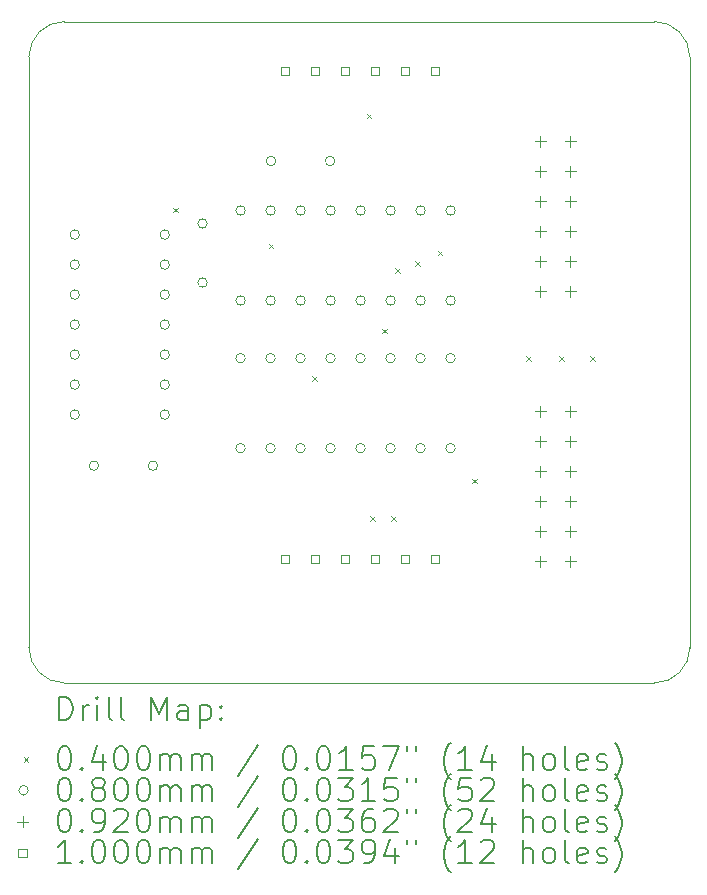
<source format=gbr>
%TF.GenerationSoftware,KiCad,Pcbnew,8.0.6*%
%TF.CreationDate,2024-10-19T21:44:49+02:00*%
%TF.ProjectId,595-PM-EXT,3539352d-504d-42d4-9558-542e6b696361,rev?*%
%TF.SameCoordinates,Original*%
%TF.FileFunction,Drillmap*%
%TF.FilePolarity,Positive*%
%FSLAX45Y45*%
G04 Gerber Fmt 4.5, Leading zero omitted, Abs format (unit mm)*
G04 Created by KiCad (PCBNEW 8.0.6) date 2024-10-19 21:44:49*
%MOMM*%
%LPD*%
G01*
G04 APERTURE LIST*
%ADD10C,0.100000*%
%ADD11C,0.200000*%
G04 APERTURE END LIST*
D10*
X10280000Y-10550000D02*
G75*
G02*
X9980000Y-10250000I0J300000D01*
G01*
X15576000Y-10250000D02*
G75*
G02*
X15276000Y-10550000I-300000J0D01*
G01*
X9980000Y-5250000D02*
X9980000Y-8650000D01*
X15276000Y-4950000D02*
G75*
G02*
X15576000Y-5250000I0J-300000D01*
G01*
X10280000Y-10550000D02*
X15276000Y-10550000D01*
X15276000Y-4950000D02*
X10280000Y-4950000D01*
X9980000Y-8650000D02*
X9980000Y-10250000D01*
X9980000Y-5250000D02*
G75*
G02*
X10280000Y-4950000I300000J0D01*
G01*
X15576000Y-10250000D02*
X15576000Y-5250000D01*
D11*
D10*
X11200000Y-6525000D02*
X11240000Y-6565000D01*
X11240000Y-6525000D02*
X11200000Y-6565000D01*
X12010000Y-6830000D02*
X12050000Y-6870000D01*
X12050000Y-6830000D02*
X12010000Y-6870000D01*
X12380000Y-7955000D02*
X12420000Y-7995000D01*
X12420000Y-7955000D02*
X12380000Y-7995000D01*
X12840000Y-5730000D02*
X12880000Y-5770000D01*
X12880000Y-5730000D02*
X12840000Y-5770000D01*
X12870000Y-9140000D02*
X12910000Y-9180000D01*
X12910000Y-9140000D02*
X12870000Y-9180000D01*
X12970000Y-7550000D02*
X13010000Y-7590000D01*
X13010000Y-7550000D02*
X12970000Y-7590000D01*
X13050000Y-9140000D02*
X13090000Y-9180000D01*
X13090000Y-9140000D02*
X13050000Y-9180000D01*
X13080000Y-7040000D02*
X13120000Y-7080000D01*
X13120000Y-7040000D02*
X13080000Y-7080000D01*
X13250000Y-6980000D02*
X13290000Y-7020000D01*
X13290000Y-6980000D02*
X13250000Y-7020000D01*
X13440000Y-6890500D02*
X13480000Y-6930500D01*
X13480000Y-6890500D02*
X13440000Y-6930500D01*
X13735000Y-8820000D02*
X13775000Y-8860000D01*
X13775000Y-8820000D02*
X13735000Y-8860000D01*
X14190000Y-7780000D02*
X14230000Y-7820000D01*
X14230000Y-7780000D02*
X14190000Y-7820000D01*
X14470000Y-7780000D02*
X14510000Y-7820000D01*
X14510000Y-7780000D02*
X14470000Y-7820000D01*
X14730000Y-7780000D02*
X14770000Y-7820000D01*
X14770000Y-7780000D02*
X14730000Y-7820000D01*
X10408000Y-6754000D02*
G75*
G02*
X10328000Y-6754000I-40000J0D01*
G01*
X10328000Y-6754000D02*
G75*
G02*
X10408000Y-6754000I40000J0D01*
G01*
X10408000Y-7008000D02*
G75*
G02*
X10328000Y-7008000I-40000J0D01*
G01*
X10328000Y-7008000D02*
G75*
G02*
X10408000Y-7008000I40000J0D01*
G01*
X10408000Y-7262000D02*
G75*
G02*
X10328000Y-7262000I-40000J0D01*
G01*
X10328000Y-7262000D02*
G75*
G02*
X10408000Y-7262000I40000J0D01*
G01*
X10408000Y-7516000D02*
G75*
G02*
X10328000Y-7516000I-40000J0D01*
G01*
X10328000Y-7516000D02*
G75*
G02*
X10408000Y-7516000I40000J0D01*
G01*
X10408000Y-7770000D02*
G75*
G02*
X10328000Y-7770000I-40000J0D01*
G01*
X10328000Y-7770000D02*
G75*
G02*
X10408000Y-7770000I40000J0D01*
G01*
X10408000Y-8024000D02*
G75*
G02*
X10328000Y-8024000I-40000J0D01*
G01*
X10328000Y-8024000D02*
G75*
G02*
X10408000Y-8024000I40000J0D01*
G01*
X10408000Y-8278000D02*
G75*
G02*
X10328000Y-8278000I-40000J0D01*
G01*
X10328000Y-8278000D02*
G75*
G02*
X10408000Y-8278000I40000J0D01*
G01*
X10570000Y-8710000D02*
G75*
G02*
X10490000Y-8710000I-40000J0D01*
G01*
X10490000Y-8710000D02*
G75*
G02*
X10570000Y-8710000I40000J0D01*
G01*
X11070000Y-8710000D02*
G75*
G02*
X10990000Y-8710000I-40000J0D01*
G01*
X10990000Y-8710000D02*
G75*
G02*
X11070000Y-8710000I40000J0D01*
G01*
X11170000Y-6754000D02*
G75*
G02*
X11090000Y-6754000I-40000J0D01*
G01*
X11090000Y-6754000D02*
G75*
G02*
X11170000Y-6754000I40000J0D01*
G01*
X11170000Y-7008000D02*
G75*
G02*
X11090000Y-7008000I-40000J0D01*
G01*
X11090000Y-7008000D02*
G75*
G02*
X11170000Y-7008000I40000J0D01*
G01*
X11170000Y-7262000D02*
G75*
G02*
X11090000Y-7262000I-40000J0D01*
G01*
X11090000Y-7262000D02*
G75*
G02*
X11170000Y-7262000I40000J0D01*
G01*
X11170000Y-7516000D02*
G75*
G02*
X11090000Y-7516000I-40000J0D01*
G01*
X11090000Y-7516000D02*
G75*
G02*
X11170000Y-7516000I40000J0D01*
G01*
X11170000Y-7770000D02*
G75*
G02*
X11090000Y-7770000I-40000J0D01*
G01*
X11090000Y-7770000D02*
G75*
G02*
X11170000Y-7770000I40000J0D01*
G01*
X11170000Y-8024000D02*
G75*
G02*
X11090000Y-8024000I-40000J0D01*
G01*
X11090000Y-8024000D02*
G75*
G02*
X11170000Y-8024000I40000J0D01*
G01*
X11170000Y-8278000D02*
G75*
G02*
X11090000Y-8278000I-40000J0D01*
G01*
X11090000Y-8278000D02*
G75*
G02*
X11170000Y-8278000I40000J0D01*
G01*
X11490000Y-6660000D02*
G75*
G02*
X11410000Y-6660000I-40000J0D01*
G01*
X11410000Y-6660000D02*
G75*
G02*
X11490000Y-6660000I40000J0D01*
G01*
X11490000Y-7160000D02*
G75*
G02*
X11410000Y-7160000I-40000J0D01*
G01*
X11410000Y-7160000D02*
G75*
G02*
X11490000Y-7160000I40000J0D01*
G01*
X11812000Y-7800000D02*
G75*
G02*
X11732000Y-7800000I-40000J0D01*
G01*
X11732000Y-7800000D02*
G75*
G02*
X11812000Y-7800000I40000J0D01*
G01*
X11812000Y-8562000D02*
G75*
G02*
X11732000Y-8562000I-40000J0D01*
G01*
X11732000Y-8562000D02*
G75*
G02*
X11812000Y-8562000I40000J0D01*
G01*
X11812500Y-6550500D02*
G75*
G02*
X11732500Y-6550500I-40000J0D01*
G01*
X11732500Y-6550500D02*
G75*
G02*
X11812500Y-6550500I40000J0D01*
G01*
X11812500Y-7312500D02*
G75*
G02*
X11732500Y-7312500I-40000J0D01*
G01*
X11732500Y-7312500D02*
G75*
G02*
X11812500Y-7312500I40000J0D01*
G01*
X12066000Y-7800000D02*
G75*
G02*
X11986000Y-7800000I-40000J0D01*
G01*
X11986000Y-7800000D02*
G75*
G02*
X12066000Y-7800000I40000J0D01*
G01*
X12066000Y-8562000D02*
G75*
G02*
X11986000Y-8562000I-40000J0D01*
G01*
X11986000Y-8562000D02*
G75*
G02*
X12066000Y-8562000I40000J0D01*
G01*
X12066500Y-6550500D02*
G75*
G02*
X11986500Y-6550500I-40000J0D01*
G01*
X11986500Y-6550500D02*
G75*
G02*
X12066500Y-6550500I40000J0D01*
G01*
X12066500Y-7312500D02*
G75*
G02*
X11986500Y-7312500I-40000J0D01*
G01*
X11986500Y-7312500D02*
G75*
G02*
X12066500Y-7312500I40000J0D01*
G01*
X12070000Y-6130000D02*
G75*
G02*
X11990000Y-6130000I-40000J0D01*
G01*
X11990000Y-6130000D02*
G75*
G02*
X12070000Y-6130000I40000J0D01*
G01*
X12320000Y-7800000D02*
G75*
G02*
X12240000Y-7800000I-40000J0D01*
G01*
X12240000Y-7800000D02*
G75*
G02*
X12320000Y-7800000I40000J0D01*
G01*
X12320000Y-8562000D02*
G75*
G02*
X12240000Y-8562000I-40000J0D01*
G01*
X12240000Y-8562000D02*
G75*
G02*
X12320000Y-8562000I40000J0D01*
G01*
X12320500Y-6550500D02*
G75*
G02*
X12240500Y-6550500I-40000J0D01*
G01*
X12240500Y-6550500D02*
G75*
G02*
X12320500Y-6550500I40000J0D01*
G01*
X12320500Y-7312500D02*
G75*
G02*
X12240500Y-7312500I-40000J0D01*
G01*
X12240500Y-7312500D02*
G75*
G02*
X12320500Y-7312500I40000J0D01*
G01*
X12570000Y-6130000D02*
G75*
G02*
X12490000Y-6130000I-40000J0D01*
G01*
X12490000Y-6130000D02*
G75*
G02*
X12570000Y-6130000I40000J0D01*
G01*
X12574000Y-7800000D02*
G75*
G02*
X12494000Y-7800000I-40000J0D01*
G01*
X12494000Y-7800000D02*
G75*
G02*
X12574000Y-7800000I40000J0D01*
G01*
X12574000Y-8562000D02*
G75*
G02*
X12494000Y-8562000I-40000J0D01*
G01*
X12494000Y-8562000D02*
G75*
G02*
X12574000Y-8562000I40000J0D01*
G01*
X12574500Y-6550500D02*
G75*
G02*
X12494500Y-6550500I-40000J0D01*
G01*
X12494500Y-6550500D02*
G75*
G02*
X12574500Y-6550500I40000J0D01*
G01*
X12574500Y-7312500D02*
G75*
G02*
X12494500Y-7312500I-40000J0D01*
G01*
X12494500Y-7312500D02*
G75*
G02*
X12574500Y-7312500I40000J0D01*
G01*
X12828000Y-7800000D02*
G75*
G02*
X12748000Y-7800000I-40000J0D01*
G01*
X12748000Y-7800000D02*
G75*
G02*
X12828000Y-7800000I40000J0D01*
G01*
X12828000Y-8562000D02*
G75*
G02*
X12748000Y-8562000I-40000J0D01*
G01*
X12748000Y-8562000D02*
G75*
G02*
X12828000Y-8562000I40000J0D01*
G01*
X12828500Y-6550500D02*
G75*
G02*
X12748500Y-6550500I-40000J0D01*
G01*
X12748500Y-6550500D02*
G75*
G02*
X12828500Y-6550500I40000J0D01*
G01*
X12828500Y-7312500D02*
G75*
G02*
X12748500Y-7312500I-40000J0D01*
G01*
X12748500Y-7312500D02*
G75*
G02*
X12828500Y-7312500I40000J0D01*
G01*
X13082000Y-7800000D02*
G75*
G02*
X13002000Y-7800000I-40000J0D01*
G01*
X13002000Y-7800000D02*
G75*
G02*
X13082000Y-7800000I40000J0D01*
G01*
X13082000Y-8562000D02*
G75*
G02*
X13002000Y-8562000I-40000J0D01*
G01*
X13002000Y-8562000D02*
G75*
G02*
X13082000Y-8562000I40000J0D01*
G01*
X13082500Y-6550500D02*
G75*
G02*
X13002500Y-6550500I-40000J0D01*
G01*
X13002500Y-6550500D02*
G75*
G02*
X13082500Y-6550500I40000J0D01*
G01*
X13082500Y-7312500D02*
G75*
G02*
X13002500Y-7312500I-40000J0D01*
G01*
X13002500Y-7312500D02*
G75*
G02*
X13082500Y-7312500I40000J0D01*
G01*
X13336000Y-7800000D02*
G75*
G02*
X13256000Y-7800000I-40000J0D01*
G01*
X13256000Y-7800000D02*
G75*
G02*
X13336000Y-7800000I40000J0D01*
G01*
X13336000Y-8562000D02*
G75*
G02*
X13256000Y-8562000I-40000J0D01*
G01*
X13256000Y-8562000D02*
G75*
G02*
X13336000Y-8562000I40000J0D01*
G01*
X13336500Y-6550500D02*
G75*
G02*
X13256500Y-6550500I-40000J0D01*
G01*
X13256500Y-6550500D02*
G75*
G02*
X13336500Y-6550500I40000J0D01*
G01*
X13336500Y-7312500D02*
G75*
G02*
X13256500Y-7312500I-40000J0D01*
G01*
X13256500Y-7312500D02*
G75*
G02*
X13336500Y-7312500I40000J0D01*
G01*
X13590000Y-7800000D02*
G75*
G02*
X13510000Y-7800000I-40000J0D01*
G01*
X13510000Y-7800000D02*
G75*
G02*
X13590000Y-7800000I40000J0D01*
G01*
X13590000Y-8562000D02*
G75*
G02*
X13510000Y-8562000I-40000J0D01*
G01*
X13510000Y-8562000D02*
G75*
G02*
X13590000Y-8562000I40000J0D01*
G01*
X13590500Y-6550500D02*
G75*
G02*
X13510500Y-6550500I-40000J0D01*
G01*
X13510500Y-6550500D02*
G75*
G02*
X13590500Y-6550500I40000J0D01*
G01*
X13590500Y-7312500D02*
G75*
G02*
X13510500Y-7312500I-40000J0D01*
G01*
X13510500Y-7312500D02*
G75*
G02*
X13590500Y-7312500I40000J0D01*
G01*
X14308000Y-5918000D02*
X14308000Y-6010000D01*
X14262000Y-5964000D02*
X14354000Y-5964000D01*
X14308000Y-6172000D02*
X14308000Y-6264000D01*
X14262000Y-6218000D02*
X14354000Y-6218000D01*
X14308000Y-6426000D02*
X14308000Y-6518000D01*
X14262000Y-6472000D02*
X14354000Y-6472000D01*
X14308000Y-6680000D02*
X14308000Y-6772000D01*
X14262000Y-6726000D02*
X14354000Y-6726000D01*
X14308000Y-6934000D02*
X14308000Y-7026000D01*
X14262000Y-6980000D02*
X14354000Y-6980000D01*
X14308000Y-7188000D02*
X14308000Y-7280000D01*
X14262000Y-7234000D02*
X14354000Y-7234000D01*
X14308000Y-8204000D02*
X14308000Y-8296000D01*
X14262000Y-8250000D02*
X14354000Y-8250000D01*
X14308000Y-8458000D02*
X14308000Y-8550000D01*
X14262000Y-8504000D02*
X14354000Y-8504000D01*
X14308000Y-8712000D02*
X14308000Y-8804000D01*
X14262000Y-8758000D02*
X14354000Y-8758000D01*
X14308000Y-8966000D02*
X14308000Y-9058000D01*
X14262000Y-9012000D02*
X14354000Y-9012000D01*
X14308000Y-9220000D02*
X14308000Y-9312000D01*
X14262000Y-9266000D02*
X14354000Y-9266000D01*
X14308000Y-9474000D02*
X14308000Y-9566000D01*
X14262000Y-9520000D02*
X14354000Y-9520000D01*
X14562000Y-5918000D02*
X14562000Y-6010000D01*
X14516000Y-5964000D02*
X14608000Y-5964000D01*
X14562000Y-6172000D02*
X14562000Y-6264000D01*
X14516000Y-6218000D02*
X14608000Y-6218000D01*
X14562000Y-6426000D02*
X14562000Y-6518000D01*
X14516000Y-6472000D02*
X14608000Y-6472000D01*
X14562000Y-6680000D02*
X14562000Y-6772000D01*
X14516000Y-6726000D02*
X14608000Y-6726000D01*
X14562000Y-6934000D02*
X14562000Y-7026000D01*
X14516000Y-6980000D02*
X14608000Y-6980000D01*
X14562000Y-7188000D02*
X14562000Y-7280000D01*
X14516000Y-7234000D02*
X14608000Y-7234000D01*
X14562000Y-8204000D02*
X14562000Y-8296000D01*
X14516000Y-8250000D02*
X14608000Y-8250000D01*
X14562000Y-8458000D02*
X14562000Y-8550000D01*
X14516000Y-8504000D02*
X14608000Y-8504000D01*
X14562000Y-8712000D02*
X14562000Y-8804000D01*
X14516000Y-8758000D02*
X14608000Y-8758000D01*
X14562000Y-8966000D02*
X14562000Y-9058000D01*
X14516000Y-9012000D02*
X14608000Y-9012000D01*
X14562000Y-9220000D02*
X14562000Y-9312000D01*
X14516000Y-9266000D02*
X14608000Y-9266000D01*
X14562000Y-9474000D02*
X14562000Y-9566000D01*
X14516000Y-9520000D02*
X14608000Y-9520000D01*
X12182356Y-5403356D02*
X12182356Y-5332644D01*
X12111644Y-5332644D01*
X12111644Y-5403356D01*
X12182356Y-5403356D01*
X12182356Y-9535356D02*
X12182356Y-9464644D01*
X12111644Y-9464644D01*
X12111644Y-9535356D01*
X12182356Y-9535356D01*
X12436356Y-5403356D02*
X12436356Y-5332644D01*
X12365644Y-5332644D01*
X12365644Y-5403356D01*
X12436356Y-5403356D01*
X12436356Y-9535356D02*
X12436356Y-9464644D01*
X12365644Y-9464644D01*
X12365644Y-9535356D01*
X12436356Y-9535356D01*
X12690356Y-5403356D02*
X12690356Y-5332644D01*
X12619644Y-5332644D01*
X12619644Y-5403356D01*
X12690356Y-5403356D01*
X12690356Y-9535356D02*
X12690356Y-9464644D01*
X12619644Y-9464644D01*
X12619644Y-9535356D01*
X12690356Y-9535356D01*
X12944356Y-5403356D02*
X12944356Y-5332644D01*
X12873644Y-5332644D01*
X12873644Y-5403356D01*
X12944356Y-5403356D01*
X12944356Y-9535356D02*
X12944356Y-9464644D01*
X12873644Y-9464644D01*
X12873644Y-9535356D01*
X12944356Y-9535356D01*
X13198356Y-5403356D02*
X13198356Y-5332644D01*
X13127644Y-5332644D01*
X13127644Y-5403356D01*
X13198356Y-5403356D01*
X13198356Y-9535356D02*
X13198356Y-9464644D01*
X13127644Y-9464644D01*
X13127644Y-9535356D01*
X13198356Y-9535356D01*
X13452356Y-5403356D02*
X13452356Y-5332644D01*
X13381644Y-5332644D01*
X13381644Y-5403356D01*
X13452356Y-5403356D01*
X13452356Y-9535356D02*
X13452356Y-9464644D01*
X13381644Y-9464644D01*
X13381644Y-9535356D01*
X13452356Y-9535356D01*
D11*
X10235777Y-10866484D02*
X10235777Y-10666484D01*
X10235777Y-10666484D02*
X10283396Y-10666484D01*
X10283396Y-10666484D02*
X10311967Y-10676008D01*
X10311967Y-10676008D02*
X10331015Y-10695055D01*
X10331015Y-10695055D02*
X10340539Y-10714103D01*
X10340539Y-10714103D02*
X10350063Y-10752198D01*
X10350063Y-10752198D02*
X10350063Y-10780770D01*
X10350063Y-10780770D02*
X10340539Y-10818865D01*
X10340539Y-10818865D02*
X10331015Y-10837912D01*
X10331015Y-10837912D02*
X10311967Y-10856960D01*
X10311967Y-10856960D02*
X10283396Y-10866484D01*
X10283396Y-10866484D02*
X10235777Y-10866484D01*
X10435777Y-10866484D02*
X10435777Y-10733150D01*
X10435777Y-10771246D02*
X10445301Y-10752198D01*
X10445301Y-10752198D02*
X10454824Y-10742674D01*
X10454824Y-10742674D02*
X10473872Y-10733150D01*
X10473872Y-10733150D02*
X10492920Y-10733150D01*
X10559586Y-10866484D02*
X10559586Y-10733150D01*
X10559586Y-10666484D02*
X10550063Y-10676008D01*
X10550063Y-10676008D02*
X10559586Y-10685531D01*
X10559586Y-10685531D02*
X10569110Y-10676008D01*
X10569110Y-10676008D02*
X10559586Y-10666484D01*
X10559586Y-10666484D02*
X10559586Y-10685531D01*
X10683396Y-10866484D02*
X10664348Y-10856960D01*
X10664348Y-10856960D02*
X10654824Y-10837912D01*
X10654824Y-10837912D02*
X10654824Y-10666484D01*
X10788158Y-10866484D02*
X10769110Y-10856960D01*
X10769110Y-10856960D02*
X10759586Y-10837912D01*
X10759586Y-10837912D02*
X10759586Y-10666484D01*
X11016729Y-10866484D02*
X11016729Y-10666484D01*
X11016729Y-10666484D02*
X11083396Y-10809341D01*
X11083396Y-10809341D02*
X11150063Y-10666484D01*
X11150063Y-10666484D02*
X11150063Y-10866484D01*
X11331015Y-10866484D02*
X11331015Y-10761722D01*
X11331015Y-10761722D02*
X11321491Y-10742674D01*
X11321491Y-10742674D02*
X11302443Y-10733150D01*
X11302443Y-10733150D02*
X11264348Y-10733150D01*
X11264348Y-10733150D02*
X11245301Y-10742674D01*
X11331015Y-10856960D02*
X11311967Y-10866484D01*
X11311967Y-10866484D02*
X11264348Y-10866484D01*
X11264348Y-10866484D02*
X11245301Y-10856960D01*
X11245301Y-10856960D02*
X11235777Y-10837912D01*
X11235777Y-10837912D02*
X11235777Y-10818865D01*
X11235777Y-10818865D02*
X11245301Y-10799817D01*
X11245301Y-10799817D02*
X11264348Y-10790293D01*
X11264348Y-10790293D02*
X11311967Y-10790293D01*
X11311967Y-10790293D02*
X11331015Y-10780770D01*
X11426253Y-10733150D02*
X11426253Y-10933150D01*
X11426253Y-10742674D02*
X11445301Y-10733150D01*
X11445301Y-10733150D02*
X11483396Y-10733150D01*
X11483396Y-10733150D02*
X11502443Y-10742674D01*
X11502443Y-10742674D02*
X11511967Y-10752198D01*
X11511967Y-10752198D02*
X11521491Y-10771246D01*
X11521491Y-10771246D02*
X11521491Y-10828389D01*
X11521491Y-10828389D02*
X11511967Y-10847436D01*
X11511967Y-10847436D02*
X11502443Y-10856960D01*
X11502443Y-10856960D02*
X11483396Y-10866484D01*
X11483396Y-10866484D02*
X11445301Y-10866484D01*
X11445301Y-10866484D02*
X11426253Y-10856960D01*
X11607205Y-10847436D02*
X11616729Y-10856960D01*
X11616729Y-10856960D02*
X11607205Y-10866484D01*
X11607205Y-10866484D02*
X11597682Y-10856960D01*
X11597682Y-10856960D02*
X11607205Y-10847436D01*
X11607205Y-10847436D02*
X11607205Y-10866484D01*
X11607205Y-10742674D02*
X11616729Y-10752198D01*
X11616729Y-10752198D02*
X11607205Y-10761722D01*
X11607205Y-10761722D02*
X11597682Y-10752198D01*
X11597682Y-10752198D02*
X11607205Y-10742674D01*
X11607205Y-10742674D02*
X11607205Y-10761722D01*
D10*
X9935000Y-11175000D02*
X9975000Y-11215000D01*
X9975000Y-11175000D02*
X9935000Y-11215000D01*
D11*
X10273872Y-11086484D02*
X10292920Y-11086484D01*
X10292920Y-11086484D02*
X10311967Y-11096008D01*
X10311967Y-11096008D02*
X10321491Y-11105531D01*
X10321491Y-11105531D02*
X10331015Y-11124579D01*
X10331015Y-11124579D02*
X10340539Y-11162674D01*
X10340539Y-11162674D02*
X10340539Y-11210293D01*
X10340539Y-11210293D02*
X10331015Y-11248388D01*
X10331015Y-11248388D02*
X10321491Y-11267436D01*
X10321491Y-11267436D02*
X10311967Y-11276960D01*
X10311967Y-11276960D02*
X10292920Y-11286484D01*
X10292920Y-11286484D02*
X10273872Y-11286484D01*
X10273872Y-11286484D02*
X10254824Y-11276960D01*
X10254824Y-11276960D02*
X10245301Y-11267436D01*
X10245301Y-11267436D02*
X10235777Y-11248388D01*
X10235777Y-11248388D02*
X10226253Y-11210293D01*
X10226253Y-11210293D02*
X10226253Y-11162674D01*
X10226253Y-11162674D02*
X10235777Y-11124579D01*
X10235777Y-11124579D02*
X10245301Y-11105531D01*
X10245301Y-11105531D02*
X10254824Y-11096008D01*
X10254824Y-11096008D02*
X10273872Y-11086484D01*
X10426253Y-11267436D02*
X10435777Y-11276960D01*
X10435777Y-11276960D02*
X10426253Y-11286484D01*
X10426253Y-11286484D02*
X10416729Y-11276960D01*
X10416729Y-11276960D02*
X10426253Y-11267436D01*
X10426253Y-11267436D02*
X10426253Y-11286484D01*
X10607205Y-11153150D02*
X10607205Y-11286484D01*
X10559586Y-11076960D02*
X10511967Y-11219817D01*
X10511967Y-11219817D02*
X10635777Y-11219817D01*
X10750063Y-11086484D02*
X10769110Y-11086484D01*
X10769110Y-11086484D02*
X10788158Y-11096008D01*
X10788158Y-11096008D02*
X10797682Y-11105531D01*
X10797682Y-11105531D02*
X10807205Y-11124579D01*
X10807205Y-11124579D02*
X10816729Y-11162674D01*
X10816729Y-11162674D02*
X10816729Y-11210293D01*
X10816729Y-11210293D02*
X10807205Y-11248388D01*
X10807205Y-11248388D02*
X10797682Y-11267436D01*
X10797682Y-11267436D02*
X10788158Y-11276960D01*
X10788158Y-11276960D02*
X10769110Y-11286484D01*
X10769110Y-11286484D02*
X10750063Y-11286484D01*
X10750063Y-11286484D02*
X10731015Y-11276960D01*
X10731015Y-11276960D02*
X10721491Y-11267436D01*
X10721491Y-11267436D02*
X10711967Y-11248388D01*
X10711967Y-11248388D02*
X10702444Y-11210293D01*
X10702444Y-11210293D02*
X10702444Y-11162674D01*
X10702444Y-11162674D02*
X10711967Y-11124579D01*
X10711967Y-11124579D02*
X10721491Y-11105531D01*
X10721491Y-11105531D02*
X10731015Y-11096008D01*
X10731015Y-11096008D02*
X10750063Y-11086484D01*
X10940539Y-11086484D02*
X10959586Y-11086484D01*
X10959586Y-11086484D02*
X10978634Y-11096008D01*
X10978634Y-11096008D02*
X10988158Y-11105531D01*
X10988158Y-11105531D02*
X10997682Y-11124579D01*
X10997682Y-11124579D02*
X11007205Y-11162674D01*
X11007205Y-11162674D02*
X11007205Y-11210293D01*
X11007205Y-11210293D02*
X10997682Y-11248388D01*
X10997682Y-11248388D02*
X10988158Y-11267436D01*
X10988158Y-11267436D02*
X10978634Y-11276960D01*
X10978634Y-11276960D02*
X10959586Y-11286484D01*
X10959586Y-11286484D02*
X10940539Y-11286484D01*
X10940539Y-11286484D02*
X10921491Y-11276960D01*
X10921491Y-11276960D02*
X10911967Y-11267436D01*
X10911967Y-11267436D02*
X10902444Y-11248388D01*
X10902444Y-11248388D02*
X10892920Y-11210293D01*
X10892920Y-11210293D02*
X10892920Y-11162674D01*
X10892920Y-11162674D02*
X10902444Y-11124579D01*
X10902444Y-11124579D02*
X10911967Y-11105531D01*
X10911967Y-11105531D02*
X10921491Y-11096008D01*
X10921491Y-11096008D02*
X10940539Y-11086484D01*
X11092920Y-11286484D02*
X11092920Y-11153150D01*
X11092920Y-11172198D02*
X11102444Y-11162674D01*
X11102444Y-11162674D02*
X11121491Y-11153150D01*
X11121491Y-11153150D02*
X11150063Y-11153150D01*
X11150063Y-11153150D02*
X11169110Y-11162674D01*
X11169110Y-11162674D02*
X11178634Y-11181722D01*
X11178634Y-11181722D02*
X11178634Y-11286484D01*
X11178634Y-11181722D02*
X11188158Y-11162674D01*
X11188158Y-11162674D02*
X11207205Y-11153150D01*
X11207205Y-11153150D02*
X11235777Y-11153150D01*
X11235777Y-11153150D02*
X11254824Y-11162674D01*
X11254824Y-11162674D02*
X11264348Y-11181722D01*
X11264348Y-11181722D02*
X11264348Y-11286484D01*
X11359586Y-11286484D02*
X11359586Y-11153150D01*
X11359586Y-11172198D02*
X11369110Y-11162674D01*
X11369110Y-11162674D02*
X11388158Y-11153150D01*
X11388158Y-11153150D02*
X11416729Y-11153150D01*
X11416729Y-11153150D02*
X11435777Y-11162674D01*
X11435777Y-11162674D02*
X11445301Y-11181722D01*
X11445301Y-11181722D02*
X11445301Y-11286484D01*
X11445301Y-11181722D02*
X11454824Y-11162674D01*
X11454824Y-11162674D02*
X11473872Y-11153150D01*
X11473872Y-11153150D02*
X11502443Y-11153150D01*
X11502443Y-11153150D02*
X11521491Y-11162674D01*
X11521491Y-11162674D02*
X11531015Y-11181722D01*
X11531015Y-11181722D02*
X11531015Y-11286484D01*
X11921491Y-11076960D02*
X11750063Y-11334103D01*
X12178634Y-11086484D02*
X12197682Y-11086484D01*
X12197682Y-11086484D02*
X12216729Y-11096008D01*
X12216729Y-11096008D02*
X12226253Y-11105531D01*
X12226253Y-11105531D02*
X12235777Y-11124579D01*
X12235777Y-11124579D02*
X12245301Y-11162674D01*
X12245301Y-11162674D02*
X12245301Y-11210293D01*
X12245301Y-11210293D02*
X12235777Y-11248388D01*
X12235777Y-11248388D02*
X12226253Y-11267436D01*
X12226253Y-11267436D02*
X12216729Y-11276960D01*
X12216729Y-11276960D02*
X12197682Y-11286484D01*
X12197682Y-11286484D02*
X12178634Y-11286484D01*
X12178634Y-11286484D02*
X12159586Y-11276960D01*
X12159586Y-11276960D02*
X12150063Y-11267436D01*
X12150063Y-11267436D02*
X12140539Y-11248388D01*
X12140539Y-11248388D02*
X12131015Y-11210293D01*
X12131015Y-11210293D02*
X12131015Y-11162674D01*
X12131015Y-11162674D02*
X12140539Y-11124579D01*
X12140539Y-11124579D02*
X12150063Y-11105531D01*
X12150063Y-11105531D02*
X12159586Y-11096008D01*
X12159586Y-11096008D02*
X12178634Y-11086484D01*
X12331015Y-11267436D02*
X12340539Y-11276960D01*
X12340539Y-11276960D02*
X12331015Y-11286484D01*
X12331015Y-11286484D02*
X12321491Y-11276960D01*
X12321491Y-11276960D02*
X12331015Y-11267436D01*
X12331015Y-11267436D02*
X12331015Y-11286484D01*
X12464348Y-11086484D02*
X12483396Y-11086484D01*
X12483396Y-11086484D02*
X12502444Y-11096008D01*
X12502444Y-11096008D02*
X12511967Y-11105531D01*
X12511967Y-11105531D02*
X12521491Y-11124579D01*
X12521491Y-11124579D02*
X12531015Y-11162674D01*
X12531015Y-11162674D02*
X12531015Y-11210293D01*
X12531015Y-11210293D02*
X12521491Y-11248388D01*
X12521491Y-11248388D02*
X12511967Y-11267436D01*
X12511967Y-11267436D02*
X12502444Y-11276960D01*
X12502444Y-11276960D02*
X12483396Y-11286484D01*
X12483396Y-11286484D02*
X12464348Y-11286484D01*
X12464348Y-11286484D02*
X12445301Y-11276960D01*
X12445301Y-11276960D02*
X12435777Y-11267436D01*
X12435777Y-11267436D02*
X12426253Y-11248388D01*
X12426253Y-11248388D02*
X12416729Y-11210293D01*
X12416729Y-11210293D02*
X12416729Y-11162674D01*
X12416729Y-11162674D02*
X12426253Y-11124579D01*
X12426253Y-11124579D02*
X12435777Y-11105531D01*
X12435777Y-11105531D02*
X12445301Y-11096008D01*
X12445301Y-11096008D02*
X12464348Y-11086484D01*
X12721491Y-11286484D02*
X12607206Y-11286484D01*
X12664348Y-11286484D02*
X12664348Y-11086484D01*
X12664348Y-11086484D02*
X12645301Y-11115055D01*
X12645301Y-11115055D02*
X12626253Y-11134103D01*
X12626253Y-11134103D02*
X12607206Y-11143627D01*
X12902444Y-11086484D02*
X12807206Y-11086484D01*
X12807206Y-11086484D02*
X12797682Y-11181722D01*
X12797682Y-11181722D02*
X12807206Y-11172198D01*
X12807206Y-11172198D02*
X12826253Y-11162674D01*
X12826253Y-11162674D02*
X12873872Y-11162674D01*
X12873872Y-11162674D02*
X12892920Y-11172198D01*
X12892920Y-11172198D02*
X12902444Y-11181722D01*
X12902444Y-11181722D02*
X12911967Y-11200769D01*
X12911967Y-11200769D02*
X12911967Y-11248388D01*
X12911967Y-11248388D02*
X12902444Y-11267436D01*
X12902444Y-11267436D02*
X12892920Y-11276960D01*
X12892920Y-11276960D02*
X12873872Y-11286484D01*
X12873872Y-11286484D02*
X12826253Y-11286484D01*
X12826253Y-11286484D02*
X12807206Y-11276960D01*
X12807206Y-11276960D02*
X12797682Y-11267436D01*
X12978634Y-11086484D02*
X13111967Y-11086484D01*
X13111967Y-11086484D02*
X13026253Y-11286484D01*
X13178634Y-11086484D02*
X13178634Y-11124579D01*
X13254825Y-11086484D02*
X13254825Y-11124579D01*
X13550063Y-11362674D02*
X13540539Y-11353150D01*
X13540539Y-11353150D02*
X13521491Y-11324579D01*
X13521491Y-11324579D02*
X13511968Y-11305531D01*
X13511968Y-11305531D02*
X13502444Y-11276960D01*
X13502444Y-11276960D02*
X13492920Y-11229341D01*
X13492920Y-11229341D02*
X13492920Y-11191246D01*
X13492920Y-11191246D02*
X13502444Y-11143627D01*
X13502444Y-11143627D02*
X13511968Y-11115055D01*
X13511968Y-11115055D02*
X13521491Y-11096008D01*
X13521491Y-11096008D02*
X13540539Y-11067436D01*
X13540539Y-11067436D02*
X13550063Y-11057912D01*
X13731015Y-11286484D02*
X13616729Y-11286484D01*
X13673872Y-11286484D02*
X13673872Y-11086484D01*
X13673872Y-11086484D02*
X13654825Y-11115055D01*
X13654825Y-11115055D02*
X13635777Y-11134103D01*
X13635777Y-11134103D02*
X13616729Y-11143627D01*
X13902444Y-11153150D02*
X13902444Y-11286484D01*
X13854825Y-11076960D02*
X13807206Y-11219817D01*
X13807206Y-11219817D02*
X13931015Y-11219817D01*
X14159587Y-11286484D02*
X14159587Y-11086484D01*
X14245301Y-11286484D02*
X14245301Y-11181722D01*
X14245301Y-11181722D02*
X14235777Y-11162674D01*
X14235777Y-11162674D02*
X14216730Y-11153150D01*
X14216730Y-11153150D02*
X14188158Y-11153150D01*
X14188158Y-11153150D02*
X14169110Y-11162674D01*
X14169110Y-11162674D02*
X14159587Y-11172198D01*
X14369110Y-11286484D02*
X14350063Y-11276960D01*
X14350063Y-11276960D02*
X14340539Y-11267436D01*
X14340539Y-11267436D02*
X14331015Y-11248388D01*
X14331015Y-11248388D02*
X14331015Y-11191246D01*
X14331015Y-11191246D02*
X14340539Y-11172198D01*
X14340539Y-11172198D02*
X14350063Y-11162674D01*
X14350063Y-11162674D02*
X14369110Y-11153150D01*
X14369110Y-11153150D02*
X14397682Y-11153150D01*
X14397682Y-11153150D02*
X14416730Y-11162674D01*
X14416730Y-11162674D02*
X14426253Y-11172198D01*
X14426253Y-11172198D02*
X14435777Y-11191246D01*
X14435777Y-11191246D02*
X14435777Y-11248388D01*
X14435777Y-11248388D02*
X14426253Y-11267436D01*
X14426253Y-11267436D02*
X14416730Y-11276960D01*
X14416730Y-11276960D02*
X14397682Y-11286484D01*
X14397682Y-11286484D02*
X14369110Y-11286484D01*
X14550063Y-11286484D02*
X14531015Y-11276960D01*
X14531015Y-11276960D02*
X14521491Y-11257912D01*
X14521491Y-11257912D02*
X14521491Y-11086484D01*
X14702444Y-11276960D02*
X14683396Y-11286484D01*
X14683396Y-11286484D02*
X14645301Y-11286484D01*
X14645301Y-11286484D02*
X14626253Y-11276960D01*
X14626253Y-11276960D02*
X14616730Y-11257912D01*
X14616730Y-11257912D02*
X14616730Y-11181722D01*
X14616730Y-11181722D02*
X14626253Y-11162674D01*
X14626253Y-11162674D02*
X14645301Y-11153150D01*
X14645301Y-11153150D02*
X14683396Y-11153150D01*
X14683396Y-11153150D02*
X14702444Y-11162674D01*
X14702444Y-11162674D02*
X14711968Y-11181722D01*
X14711968Y-11181722D02*
X14711968Y-11200769D01*
X14711968Y-11200769D02*
X14616730Y-11219817D01*
X14788158Y-11276960D02*
X14807206Y-11286484D01*
X14807206Y-11286484D02*
X14845301Y-11286484D01*
X14845301Y-11286484D02*
X14864349Y-11276960D01*
X14864349Y-11276960D02*
X14873872Y-11257912D01*
X14873872Y-11257912D02*
X14873872Y-11248388D01*
X14873872Y-11248388D02*
X14864349Y-11229341D01*
X14864349Y-11229341D02*
X14845301Y-11219817D01*
X14845301Y-11219817D02*
X14816730Y-11219817D01*
X14816730Y-11219817D02*
X14797682Y-11210293D01*
X14797682Y-11210293D02*
X14788158Y-11191246D01*
X14788158Y-11191246D02*
X14788158Y-11181722D01*
X14788158Y-11181722D02*
X14797682Y-11162674D01*
X14797682Y-11162674D02*
X14816730Y-11153150D01*
X14816730Y-11153150D02*
X14845301Y-11153150D01*
X14845301Y-11153150D02*
X14864349Y-11162674D01*
X14940539Y-11362674D02*
X14950063Y-11353150D01*
X14950063Y-11353150D02*
X14969111Y-11324579D01*
X14969111Y-11324579D02*
X14978634Y-11305531D01*
X14978634Y-11305531D02*
X14988158Y-11276960D01*
X14988158Y-11276960D02*
X14997682Y-11229341D01*
X14997682Y-11229341D02*
X14997682Y-11191246D01*
X14997682Y-11191246D02*
X14988158Y-11143627D01*
X14988158Y-11143627D02*
X14978634Y-11115055D01*
X14978634Y-11115055D02*
X14969111Y-11096008D01*
X14969111Y-11096008D02*
X14950063Y-11067436D01*
X14950063Y-11067436D02*
X14940539Y-11057912D01*
D10*
X9975000Y-11459000D02*
G75*
G02*
X9895000Y-11459000I-40000J0D01*
G01*
X9895000Y-11459000D02*
G75*
G02*
X9975000Y-11459000I40000J0D01*
G01*
D11*
X10273872Y-11350484D02*
X10292920Y-11350484D01*
X10292920Y-11350484D02*
X10311967Y-11360008D01*
X10311967Y-11360008D02*
X10321491Y-11369531D01*
X10321491Y-11369531D02*
X10331015Y-11388579D01*
X10331015Y-11388579D02*
X10340539Y-11426674D01*
X10340539Y-11426674D02*
X10340539Y-11474293D01*
X10340539Y-11474293D02*
X10331015Y-11512388D01*
X10331015Y-11512388D02*
X10321491Y-11531436D01*
X10321491Y-11531436D02*
X10311967Y-11540960D01*
X10311967Y-11540960D02*
X10292920Y-11550484D01*
X10292920Y-11550484D02*
X10273872Y-11550484D01*
X10273872Y-11550484D02*
X10254824Y-11540960D01*
X10254824Y-11540960D02*
X10245301Y-11531436D01*
X10245301Y-11531436D02*
X10235777Y-11512388D01*
X10235777Y-11512388D02*
X10226253Y-11474293D01*
X10226253Y-11474293D02*
X10226253Y-11426674D01*
X10226253Y-11426674D02*
X10235777Y-11388579D01*
X10235777Y-11388579D02*
X10245301Y-11369531D01*
X10245301Y-11369531D02*
X10254824Y-11360008D01*
X10254824Y-11360008D02*
X10273872Y-11350484D01*
X10426253Y-11531436D02*
X10435777Y-11540960D01*
X10435777Y-11540960D02*
X10426253Y-11550484D01*
X10426253Y-11550484D02*
X10416729Y-11540960D01*
X10416729Y-11540960D02*
X10426253Y-11531436D01*
X10426253Y-11531436D02*
X10426253Y-11550484D01*
X10550063Y-11436198D02*
X10531015Y-11426674D01*
X10531015Y-11426674D02*
X10521491Y-11417150D01*
X10521491Y-11417150D02*
X10511967Y-11398103D01*
X10511967Y-11398103D02*
X10511967Y-11388579D01*
X10511967Y-11388579D02*
X10521491Y-11369531D01*
X10521491Y-11369531D02*
X10531015Y-11360008D01*
X10531015Y-11360008D02*
X10550063Y-11350484D01*
X10550063Y-11350484D02*
X10588158Y-11350484D01*
X10588158Y-11350484D02*
X10607205Y-11360008D01*
X10607205Y-11360008D02*
X10616729Y-11369531D01*
X10616729Y-11369531D02*
X10626253Y-11388579D01*
X10626253Y-11388579D02*
X10626253Y-11398103D01*
X10626253Y-11398103D02*
X10616729Y-11417150D01*
X10616729Y-11417150D02*
X10607205Y-11426674D01*
X10607205Y-11426674D02*
X10588158Y-11436198D01*
X10588158Y-11436198D02*
X10550063Y-11436198D01*
X10550063Y-11436198D02*
X10531015Y-11445722D01*
X10531015Y-11445722D02*
X10521491Y-11455246D01*
X10521491Y-11455246D02*
X10511967Y-11474293D01*
X10511967Y-11474293D02*
X10511967Y-11512388D01*
X10511967Y-11512388D02*
X10521491Y-11531436D01*
X10521491Y-11531436D02*
X10531015Y-11540960D01*
X10531015Y-11540960D02*
X10550063Y-11550484D01*
X10550063Y-11550484D02*
X10588158Y-11550484D01*
X10588158Y-11550484D02*
X10607205Y-11540960D01*
X10607205Y-11540960D02*
X10616729Y-11531436D01*
X10616729Y-11531436D02*
X10626253Y-11512388D01*
X10626253Y-11512388D02*
X10626253Y-11474293D01*
X10626253Y-11474293D02*
X10616729Y-11455246D01*
X10616729Y-11455246D02*
X10607205Y-11445722D01*
X10607205Y-11445722D02*
X10588158Y-11436198D01*
X10750063Y-11350484D02*
X10769110Y-11350484D01*
X10769110Y-11350484D02*
X10788158Y-11360008D01*
X10788158Y-11360008D02*
X10797682Y-11369531D01*
X10797682Y-11369531D02*
X10807205Y-11388579D01*
X10807205Y-11388579D02*
X10816729Y-11426674D01*
X10816729Y-11426674D02*
X10816729Y-11474293D01*
X10816729Y-11474293D02*
X10807205Y-11512388D01*
X10807205Y-11512388D02*
X10797682Y-11531436D01*
X10797682Y-11531436D02*
X10788158Y-11540960D01*
X10788158Y-11540960D02*
X10769110Y-11550484D01*
X10769110Y-11550484D02*
X10750063Y-11550484D01*
X10750063Y-11550484D02*
X10731015Y-11540960D01*
X10731015Y-11540960D02*
X10721491Y-11531436D01*
X10721491Y-11531436D02*
X10711967Y-11512388D01*
X10711967Y-11512388D02*
X10702444Y-11474293D01*
X10702444Y-11474293D02*
X10702444Y-11426674D01*
X10702444Y-11426674D02*
X10711967Y-11388579D01*
X10711967Y-11388579D02*
X10721491Y-11369531D01*
X10721491Y-11369531D02*
X10731015Y-11360008D01*
X10731015Y-11360008D02*
X10750063Y-11350484D01*
X10940539Y-11350484D02*
X10959586Y-11350484D01*
X10959586Y-11350484D02*
X10978634Y-11360008D01*
X10978634Y-11360008D02*
X10988158Y-11369531D01*
X10988158Y-11369531D02*
X10997682Y-11388579D01*
X10997682Y-11388579D02*
X11007205Y-11426674D01*
X11007205Y-11426674D02*
X11007205Y-11474293D01*
X11007205Y-11474293D02*
X10997682Y-11512388D01*
X10997682Y-11512388D02*
X10988158Y-11531436D01*
X10988158Y-11531436D02*
X10978634Y-11540960D01*
X10978634Y-11540960D02*
X10959586Y-11550484D01*
X10959586Y-11550484D02*
X10940539Y-11550484D01*
X10940539Y-11550484D02*
X10921491Y-11540960D01*
X10921491Y-11540960D02*
X10911967Y-11531436D01*
X10911967Y-11531436D02*
X10902444Y-11512388D01*
X10902444Y-11512388D02*
X10892920Y-11474293D01*
X10892920Y-11474293D02*
X10892920Y-11426674D01*
X10892920Y-11426674D02*
X10902444Y-11388579D01*
X10902444Y-11388579D02*
X10911967Y-11369531D01*
X10911967Y-11369531D02*
X10921491Y-11360008D01*
X10921491Y-11360008D02*
X10940539Y-11350484D01*
X11092920Y-11550484D02*
X11092920Y-11417150D01*
X11092920Y-11436198D02*
X11102444Y-11426674D01*
X11102444Y-11426674D02*
X11121491Y-11417150D01*
X11121491Y-11417150D02*
X11150063Y-11417150D01*
X11150063Y-11417150D02*
X11169110Y-11426674D01*
X11169110Y-11426674D02*
X11178634Y-11445722D01*
X11178634Y-11445722D02*
X11178634Y-11550484D01*
X11178634Y-11445722D02*
X11188158Y-11426674D01*
X11188158Y-11426674D02*
X11207205Y-11417150D01*
X11207205Y-11417150D02*
X11235777Y-11417150D01*
X11235777Y-11417150D02*
X11254824Y-11426674D01*
X11254824Y-11426674D02*
X11264348Y-11445722D01*
X11264348Y-11445722D02*
X11264348Y-11550484D01*
X11359586Y-11550484D02*
X11359586Y-11417150D01*
X11359586Y-11436198D02*
X11369110Y-11426674D01*
X11369110Y-11426674D02*
X11388158Y-11417150D01*
X11388158Y-11417150D02*
X11416729Y-11417150D01*
X11416729Y-11417150D02*
X11435777Y-11426674D01*
X11435777Y-11426674D02*
X11445301Y-11445722D01*
X11445301Y-11445722D02*
X11445301Y-11550484D01*
X11445301Y-11445722D02*
X11454824Y-11426674D01*
X11454824Y-11426674D02*
X11473872Y-11417150D01*
X11473872Y-11417150D02*
X11502443Y-11417150D01*
X11502443Y-11417150D02*
X11521491Y-11426674D01*
X11521491Y-11426674D02*
X11531015Y-11445722D01*
X11531015Y-11445722D02*
X11531015Y-11550484D01*
X11921491Y-11340960D02*
X11750063Y-11598103D01*
X12178634Y-11350484D02*
X12197682Y-11350484D01*
X12197682Y-11350484D02*
X12216729Y-11360008D01*
X12216729Y-11360008D02*
X12226253Y-11369531D01*
X12226253Y-11369531D02*
X12235777Y-11388579D01*
X12235777Y-11388579D02*
X12245301Y-11426674D01*
X12245301Y-11426674D02*
X12245301Y-11474293D01*
X12245301Y-11474293D02*
X12235777Y-11512388D01*
X12235777Y-11512388D02*
X12226253Y-11531436D01*
X12226253Y-11531436D02*
X12216729Y-11540960D01*
X12216729Y-11540960D02*
X12197682Y-11550484D01*
X12197682Y-11550484D02*
X12178634Y-11550484D01*
X12178634Y-11550484D02*
X12159586Y-11540960D01*
X12159586Y-11540960D02*
X12150063Y-11531436D01*
X12150063Y-11531436D02*
X12140539Y-11512388D01*
X12140539Y-11512388D02*
X12131015Y-11474293D01*
X12131015Y-11474293D02*
X12131015Y-11426674D01*
X12131015Y-11426674D02*
X12140539Y-11388579D01*
X12140539Y-11388579D02*
X12150063Y-11369531D01*
X12150063Y-11369531D02*
X12159586Y-11360008D01*
X12159586Y-11360008D02*
X12178634Y-11350484D01*
X12331015Y-11531436D02*
X12340539Y-11540960D01*
X12340539Y-11540960D02*
X12331015Y-11550484D01*
X12331015Y-11550484D02*
X12321491Y-11540960D01*
X12321491Y-11540960D02*
X12331015Y-11531436D01*
X12331015Y-11531436D02*
X12331015Y-11550484D01*
X12464348Y-11350484D02*
X12483396Y-11350484D01*
X12483396Y-11350484D02*
X12502444Y-11360008D01*
X12502444Y-11360008D02*
X12511967Y-11369531D01*
X12511967Y-11369531D02*
X12521491Y-11388579D01*
X12521491Y-11388579D02*
X12531015Y-11426674D01*
X12531015Y-11426674D02*
X12531015Y-11474293D01*
X12531015Y-11474293D02*
X12521491Y-11512388D01*
X12521491Y-11512388D02*
X12511967Y-11531436D01*
X12511967Y-11531436D02*
X12502444Y-11540960D01*
X12502444Y-11540960D02*
X12483396Y-11550484D01*
X12483396Y-11550484D02*
X12464348Y-11550484D01*
X12464348Y-11550484D02*
X12445301Y-11540960D01*
X12445301Y-11540960D02*
X12435777Y-11531436D01*
X12435777Y-11531436D02*
X12426253Y-11512388D01*
X12426253Y-11512388D02*
X12416729Y-11474293D01*
X12416729Y-11474293D02*
X12416729Y-11426674D01*
X12416729Y-11426674D02*
X12426253Y-11388579D01*
X12426253Y-11388579D02*
X12435777Y-11369531D01*
X12435777Y-11369531D02*
X12445301Y-11360008D01*
X12445301Y-11360008D02*
X12464348Y-11350484D01*
X12597682Y-11350484D02*
X12721491Y-11350484D01*
X12721491Y-11350484D02*
X12654825Y-11426674D01*
X12654825Y-11426674D02*
X12683396Y-11426674D01*
X12683396Y-11426674D02*
X12702444Y-11436198D01*
X12702444Y-11436198D02*
X12711967Y-11445722D01*
X12711967Y-11445722D02*
X12721491Y-11464769D01*
X12721491Y-11464769D02*
X12721491Y-11512388D01*
X12721491Y-11512388D02*
X12711967Y-11531436D01*
X12711967Y-11531436D02*
X12702444Y-11540960D01*
X12702444Y-11540960D02*
X12683396Y-11550484D01*
X12683396Y-11550484D02*
X12626253Y-11550484D01*
X12626253Y-11550484D02*
X12607206Y-11540960D01*
X12607206Y-11540960D02*
X12597682Y-11531436D01*
X12911967Y-11550484D02*
X12797682Y-11550484D01*
X12854825Y-11550484D02*
X12854825Y-11350484D01*
X12854825Y-11350484D02*
X12835777Y-11379055D01*
X12835777Y-11379055D02*
X12816729Y-11398103D01*
X12816729Y-11398103D02*
X12797682Y-11407627D01*
X13092920Y-11350484D02*
X12997682Y-11350484D01*
X12997682Y-11350484D02*
X12988158Y-11445722D01*
X12988158Y-11445722D02*
X12997682Y-11436198D01*
X12997682Y-11436198D02*
X13016729Y-11426674D01*
X13016729Y-11426674D02*
X13064348Y-11426674D01*
X13064348Y-11426674D02*
X13083396Y-11436198D01*
X13083396Y-11436198D02*
X13092920Y-11445722D01*
X13092920Y-11445722D02*
X13102444Y-11464769D01*
X13102444Y-11464769D02*
X13102444Y-11512388D01*
X13102444Y-11512388D02*
X13092920Y-11531436D01*
X13092920Y-11531436D02*
X13083396Y-11540960D01*
X13083396Y-11540960D02*
X13064348Y-11550484D01*
X13064348Y-11550484D02*
X13016729Y-11550484D01*
X13016729Y-11550484D02*
X12997682Y-11540960D01*
X12997682Y-11540960D02*
X12988158Y-11531436D01*
X13178634Y-11350484D02*
X13178634Y-11388579D01*
X13254825Y-11350484D02*
X13254825Y-11388579D01*
X13550063Y-11626674D02*
X13540539Y-11617150D01*
X13540539Y-11617150D02*
X13521491Y-11588579D01*
X13521491Y-11588579D02*
X13511968Y-11569531D01*
X13511968Y-11569531D02*
X13502444Y-11540960D01*
X13502444Y-11540960D02*
X13492920Y-11493341D01*
X13492920Y-11493341D02*
X13492920Y-11455246D01*
X13492920Y-11455246D02*
X13502444Y-11407627D01*
X13502444Y-11407627D02*
X13511968Y-11379055D01*
X13511968Y-11379055D02*
X13521491Y-11360008D01*
X13521491Y-11360008D02*
X13540539Y-11331436D01*
X13540539Y-11331436D02*
X13550063Y-11321912D01*
X13721491Y-11350484D02*
X13626253Y-11350484D01*
X13626253Y-11350484D02*
X13616729Y-11445722D01*
X13616729Y-11445722D02*
X13626253Y-11436198D01*
X13626253Y-11436198D02*
X13645301Y-11426674D01*
X13645301Y-11426674D02*
X13692920Y-11426674D01*
X13692920Y-11426674D02*
X13711968Y-11436198D01*
X13711968Y-11436198D02*
X13721491Y-11445722D01*
X13721491Y-11445722D02*
X13731015Y-11464769D01*
X13731015Y-11464769D02*
X13731015Y-11512388D01*
X13731015Y-11512388D02*
X13721491Y-11531436D01*
X13721491Y-11531436D02*
X13711968Y-11540960D01*
X13711968Y-11540960D02*
X13692920Y-11550484D01*
X13692920Y-11550484D02*
X13645301Y-11550484D01*
X13645301Y-11550484D02*
X13626253Y-11540960D01*
X13626253Y-11540960D02*
X13616729Y-11531436D01*
X13807206Y-11369531D02*
X13816729Y-11360008D01*
X13816729Y-11360008D02*
X13835777Y-11350484D01*
X13835777Y-11350484D02*
X13883396Y-11350484D01*
X13883396Y-11350484D02*
X13902444Y-11360008D01*
X13902444Y-11360008D02*
X13911968Y-11369531D01*
X13911968Y-11369531D02*
X13921491Y-11388579D01*
X13921491Y-11388579D02*
X13921491Y-11407627D01*
X13921491Y-11407627D02*
X13911968Y-11436198D01*
X13911968Y-11436198D02*
X13797682Y-11550484D01*
X13797682Y-11550484D02*
X13921491Y-11550484D01*
X14159587Y-11550484D02*
X14159587Y-11350484D01*
X14245301Y-11550484D02*
X14245301Y-11445722D01*
X14245301Y-11445722D02*
X14235777Y-11426674D01*
X14235777Y-11426674D02*
X14216730Y-11417150D01*
X14216730Y-11417150D02*
X14188158Y-11417150D01*
X14188158Y-11417150D02*
X14169110Y-11426674D01*
X14169110Y-11426674D02*
X14159587Y-11436198D01*
X14369110Y-11550484D02*
X14350063Y-11540960D01*
X14350063Y-11540960D02*
X14340539Y-11531436D01*
X14340539Y-11531436D02*
X14331015Y-11512388D01*
X14331015Y-11512388D02*
X14331015Y-11455246D01*
X14331015Y-11455246D02*
X14340539Y-11436198D01*
X14340539Y-11436198D02*
X14350063Y-11426674D01*
X14350063Y-11426674D02*
X14369110Y-11417150D01*
X14369110Y-11417150D02*
X14397682Y-11417150D01*
X14397682Y-11417150D02*
X14416730Y-11426674D01*
X14416730Y-11426674D02*
X14426253Y-11436198D01*
X14426253Y-11436198D02*
X14435777Y-11455246D01*
X14435777Y-11455246D02*
X14435777Y-11512388D01*
X14435777Y-11512388D02*
X14426253Y-11531436D01*
X14426253Y-11531436D02*
X14416730Y-11540960D01*
X14416730Y-11540960D02*
X14397682Y-11550484D01*
X14397682Y-11550484D02*
X14369110Y-11550484D01*
X14550063Y-11550484D02*
X14531015Y-11540960D01*
X14531015Y-11540960D02*
X14521491Y-11521912D01*
X14521491Y-11521912D02*
X14521491Y-11350484D01*
X14702444Y-11540960D02*
X14683396Y-11550484D01*
X14683396Y-11550484D02*
X14645301Y-11550484D01*
X14645301Y-11550484D02*
X14626253Y-11540960D01*
X14626253Y-11540960D02*
X14616730Y-11521912D01*
X14616730Y-11521912D02*
X14616730Y-11445722D01*
X14616730Y-11445722D02*
X14626253Y-11426674D01*
X14626253Y-11426674D02*
X14645301Y-11417150D01*
X14645301Y-11417150D02*
X14683396Y-11417150D01*
X14683396Y-11417150D02*
X14702444Y-11426674D01*
X14702444Y-11426674D02*
X14711968Y-11445722D01*
X14711968Y-11445722D02*
X14711968Y-11464769D01*
X14711968Y-11464769D02*
X14616730Y-11483817D01*
X14788158Y-11540960D02*
X14807206Y-11550484D01*
X14807206Y-11550484D02*
X14845301Y-11550484D01*
X14845301Y-11550484D02*
X14864349Y-11540960D01*
X14864349Y-11540960D02*
X14873872Y-11521912D01*
X14873872Y-11521912D02*
X14873872Y-11512388D01*
X14873872Y-11512388D02*
X14864349Y-11493341D01*
X14864349Y-11493341D02*
X14845301Y-11483817D01*
X14845301Y-11483817D02*
X14816730Y-11483817D01*
X14816730Y-11483817D02*
X14797682Y-11474293D01*
X14797682Y-11474293D02*
X14788158Y-11455246D01*
X14788158Y-11455246D02*
X14788158Y-11445722D01*
X14788158Y-11445722D02*
X14797682Y-11426674D01*
X14797682Y-11426674D02*
X14816730Y-11417150D01*
X14816730Y-11417150D02*
X14845301Y-11417150D01*
X14845301Y-11417150D02*
X14864349Y-11426674D01*
X14940539Y-11626674D02*
X14950063Y-11617150D01*
X14950063Y-11617150D02*
X14969111Y-11588579D01*
X14969111Y-11588579D02*
X14978634Y-11569531D01*
X14978634Y-11569531D02*
X14988158Y-11540960D01*
X14988158Y-11540960D02*
X14997682Y-11493341D01*
X14997682Y-11493341D02*
X14997682Y-11455246D01*
X14997682Y-11455246D02*
X14988158Y-11407627D01*
X14988158Y-11407627D02*
X14978634Y-11379055D01*
X14978634Y-11379055D02*
X14969111Y-11360008D01*
X14969111Y-11360008D02*
X14950063Y-11331436D01*
X14950063Y-11331436D02*
X14940539Y-11321912D01*
D10*
X9929000Y-11677000D02*
X9929000Y-11769000D01*
X9883000Y-11723000D02*
X9975000Y-11723000D01*
D11*
X10273872Y-11614484D02*
X10292920Y-11614484D01*
X10292920Y-11614484D02*
X10311967Y-11624008D01*
X10311967Y-11624008D02*
X10321491Y-11633531D01*
X10321491Y-11633531D02*
X10331015Y-11652579D01*
X10331015Y-11652579D02*
X10340539Y-11690674D01*
X10340539Y-11690674D02*
X10340539Y-11738293D01*
X10340539Y-11738293D02*
X10331015Y-11776388D01*
X10331015Y-11776388D02*
X10321491Y-11795436D01*
X10321491Y-11795436D02*
X10311967Y-11804960D01*
X10311967Y-11804960D02*
X10292920Y-11814484D01*
X10292920Y-11814484D02*
X10273872Y-11814484D01*
X10273872Y-11814484D02*
X10254824Y-11804960D01*
X10254824Y-11804960D02*
X10245301Y-11795436D01*
X10245301Y-11795436D02*
X10235777Y-11776388D01*
X10235777Y-11776388D02*
X10226253Y-11738293D01*
X10226253Y-11738293D02*
X10226253Y-11690674D01*
X10226253Y-11690674D02*
X10235777Y-11652579D01*
X10235777Y-11652579D02*
X10245301Y-11633531D01*
X10245301Y-11633531D02*
X10254824Y-11624008D01*
X10254824Y-11624008D02*
X10273872Y-11614484D01*
X10426253Y-11795436D02*
X10435777Y-11804960D01*
X10435777Y-11804960D02*
X10426253Y-11814484D01*
X10426253Y-11814484D02*
X10416729Y-11804960D01*
X10416729Y-11804960D02*
X10426253Y-11795436D01*
X10426253Y-11795436D02*
X10426253Y-11814484D01*
X10531015Y-11814484D02*
X10569110Y-11814484D01*
X10569110Y-11814484D02*
X10588158Y-11804960D01*
X10588158Y-11804960D02*
X10597682Y-11795436D01*
X10597682Y-11795436D02*
X10616729Y-11766865D01*
X10616729Y-11766865D02*
X10626253Y-11728769D01*
X10626253Y-11728769D02*
X10626253Y-11652579D01*
X10626253Y-11652579D02*
X10616729Y-11633531D01*
X10616729Y-11633531D02*
X10607205Y-11624008D01*
X10607205Y-11624008D02*
X10588158Y-11614484D01*
X10588158Y-11614484D02*
X10550063Y-11614484D01*
X10550063Y-11614484D02*
X10531015Y-11624008D01*
X10531015Y-11624008D02*
X10521491Y-11633531D01*
X10521491Y-11633531D02*
X10511967Y-11652579D01*
X10511967Y-11652579D02*
X10511967Y-11700198D01*
X10511967Y-11700198D02*
X10521491Y-11719246D01*
X10521491Y-11719246D02*
X10531015Y-11728769D01*
X10531015Y-11728769D02*
X10550063Y-11738293D01*
X10550063Y-11738293D02*
X10588158Y-11738293D01*
X10588158Y-11738293D02*
X10607205Y-11728769D01*
X10607205Y-11728769D02*
X10616729Y-11719246D01*
X10616729Y-11719246D02*
X10626253Y-11700198D01*
X10702444Y-11633531D02*
X10711967Y-11624008D01*
X10711967Y-11624008D02*
X10731015Y-11614484D01*
X10731015Y-11614484D02*
X10778634Y-11614484D01*
X10778634Y-11614484D02*
X10797682Y-11624008D01*
X10797682Y-11624008D02*
X10807205Y-11633531D01*
X10807205Y-11633531D02*
X10816729Y-11652579D01*
X10816729Y-11652579D02*
X10816729Y-11671627D01*
X10816729Y-11671627D02*
X10807205Y-11700198D01*
X10807205Y-11700198D02*
X10692920Y-11814484D01*
X10692920Y-11814484D02*
X10816729Y-11814484D01*
X10940539Y-11614484D02*
X10959586Y-11614484D01*
X10959586Y-11614484D02*
X10978634Y-11624008D01*
X10978634Y-11624008D02*
X10988158Y-11633531D01*
X10988158Y-11633531D02*
X10997682Y-11652579D01*
X10997682Y-11652579D02*
X11007205Y-11690674D01*
X11007205Y-11690674D02*
X11007205Y-11738293D01*
X11007205Y-11738293D02*
X10997682Y-11776388D01*
X10997682Y-11776388D02*
X10988158Y-11795436D01*
X10988158Y-11795436D02*
X10978634Y-11804960D01*
X10978634Y-11804960D02*
X10959586Y-11814484D01*
X10959586Y-11814484D02*
X10940539Y-11814484D01*
X10940539Y-11814484D02*
X10921491Y-11804960D01*
X10921491Y-11804960D02*
X10911967Y-11795436D01*
X10911967Y-11795436D02*
X10902444Y-11776388D01*
X10902444Y-11776388D02*
X10892920Y-11738293D01*
X10892920Y-11738293D02*
X10892920Y-11690674D01*
X10892920Y-11690674D02*
X10902444Y-11652579D01*
X10902444Y-11652579D02*
X10911967Y-11633531D01*
X10911967Y-11633531D02*
X10921491Y-11624008D01*
X10921491Y-11624008D02*
X10940539Y-11614484D01*
X11092920Y-11814484D02*
X11092920Y-11681150D01*
X11092920Y-11700198D02*
X11102444Y-11690674D01*
X11102444Y-11690674D02*
X11121491Y-11681150D01*
X11121491Y-11681150D02*
X11150063Y-11681150D01*
X11150063Y-11681150D02*
X11169110Y-11690674D01*
X11169110Y-11690674D02*
X11178634Y-11709722D01*
X11178634Y-11709722D02*
X11178634Y-11814484D01*
X11178634Y-11709722D02*
X11188158Y-11690674D01*
X11188158Y-11690674D02*
X11207205Y-11681150D01*
X11207205Y-11681150D02*
X11235777Y-11681150D01*
X11235777Y-11681150D02*
X11254824Y-11690674D01*
X11254824Y-11690674D02*
X11264348Y-11709722D01*
X11264348Y-11709722D02*
X11264348Y-11814484D01*
X11359586Y-11814484D02*
X11359586Y-11681150D01*
X11359586Y-11700198D02*
X11369110Y-11690674D01*
X11369110Y-11690674D02*
X11388158Y-11681150D01*
X11388158Y-11681150D02*
X11416729Y-11681150D01*
X11416729Y-11681150D02*
X11435777Y-11690674D01*
X11435777Y-11690674D02*
X11445301Y-11709722D01*
X11445301Y-11709722D02*
X11445301Y-11814484D01*
X11445301Y-11709722D02*
X11454824Y-11690674D01*
X11454824Y-11690674D02*
X11473872Y-11681150D01*
X11473872Y-11681150D02*
X11502443Y-11681150D01*
X11502443Y-11681150D02*
X11521491Y-11690674D01*
X11521491Y-11690674D02*
X11531015Y-11709722D01*
X11531015Y-11709722D02*
X11531015Y-11814484D01*
X11921491Y-11604960D02*
X11750063Y-11862103D01*
X12178634Y-11614484D02*
X12197682Y-11614484D01*
X12197682Y-11614484D02*
X12216729Y-11624008D01*
X12216729Y-11624008D02*
X12226253Y-11633531D01*
X12226253Y-11633531D02*
X12235777Y-11652579D01*
X12235777Y-11652579D02*
X12245301Y-11690674D01*
X12245301Y-11690674D02*
X12245301Y-11738293D01*
X12245301Y-11738293D02*
X12235777Y-11776388D01*
X12235777Y-11776388D02*
X12226253Y-11795436D01*
X12226253Y-11795436D02*
X12216729Y-11804960D01*
X12216729Y-11804960D02*
X12197682Y-11814484D01*
X12197682Y-11814484D02*
X12178634Y-11814484D01*
X12178634Y-11814484D02*
X12159586Y-11804960D01*
X12159586Y-11804960D02*
X12150063Y-11795436D01*
X12150063Y-11795436D02*
X12140539Y-11776388D01*
X12140539Y-11776388D02*
X12131015Y-11738293D01*
X12131015Y-11738293D02*
X12131015Y-11690674D01*
X12131015Y-11690674D02*
X12140539Y-11652579D01*
X12140539Y-11652579D02*
X12150063Y-11633531D01*
X12150063Y-11633531D02*
X12159586Y-11624008D01*
X12159586Y-11624008D02*
X12178634Y-11614484D01*
X12331015Y-11795436D02*
X12340539Y-11804960D01*
X12340539Y-11804960D02*
X12331015Y-11814484D01*
X12331015Y-11814484D02*
X12321491Y-11804960D01*
X12321491Y-11804960D02*
X12331015Y-11795436D01*
X12331015Y-11795436D02*
X12331015Y-11814484D01*
X12464348Y-11614484D02*
X12483396Y-11614484D01*
X12483396Y-11614484D02*
X12502444Y-11624008D01*
X12502444Y-11624008D02*
X12511967Y-11633531D01*
X12511967Y-11633531D02*
X12521491Y-11652579D01*
X12521491Y-11652579D02*
X12531015Y-11690674D01*
X12531015Y-11690674D02*
X12531015Y-11738293D01*
X12531015Y-11738293D02*
X12521491Y-11776388D01*
X12521491Y-11776388D02*
X12511967Y-11795436D01*
X12511967Y-11795436D02*
X12502444Y-11804960D01*
X12502444Y-11804960D02*
X12483396Y-11814484D01*
X12483396Y-11814484D02*
X12464348Y-11814484D01*
X12464348Y-11814484D02*
X12445301Y-11804960D01*
X12445301Y-11804960D02*
X12435777Y-11795436D01*
X12435777Y-11795436D02*
X12426253Y-11776388D01*
X12426253Y-11776388D02*
X12416729Y-11738293D01*
X12416729Y-11738293D02*
X12416729Y-11690674D01*
X12416729Y-11690674D02*
X12426253Y-11652579D01*
X12426253Y-11652579D02*
X12435777Y-11633531D01*
X12435777Y-11633531D02*
X12445301Y-11624008D01*
X12445301Y-11624008D02*
X12464348Y-11614484D01*
X12597682Y-11614484D02*
X12721491Y-11614484D01*
X12721491Y-11614484D02*
X12654825Y-11690674D01*
X12654825Y-11690674D02*
X12683396Y-11690674D01*
X12683396Y-11690674D02*
X12702444Y-11700198D01*
X12702444Y-11700198D02*
X12711967Y-11709722D01*
X12711967Y-11709722D02*
X12721491Y-11728769D01*
X12721491Y-11728769D02*
X12721491Y-11776388D01*
X12721491Y-11776388D02*
X12711967Y-11795436D01*
X12711967Y-11795436D02*
X12702444Y-11804960D01*
X12702444Y-11804960D02*
X12683396Y-11814484D01*
X12683396Y-11814484D02*
X12626253Y-11814484D01*
X12626253Y-11814484D02*
X12607206Y-11804960D01*
X12607206Y-11804960D02*
X12597682Y-11795436D01*
X12892920Y-11614484D02*
X12854825Y-11614484D01*
X12854825Y-11614484D02*
X12835777Y-11624008D01*
X12835777Y-11624008D02*
X12826253Y-11633531D01*
X12826253Y-11633531D02*
X12807206Y-11662103D01*
X12807206Y-11662103D02*
X12797682Y-11700198D01*
X12797682Y-11700198D02*
X12797682Y-11776388D01*
X12797682Y-11776388D02*
X12807206Y-11795436D01*
X12807206Y-11795436D02*
X12816729Y-11804960D01*
X12816729Y-11804960D02*
X12835777Y-11814484D01*
X12835777Y-11814484D02*
X12873872Y-11814484D01*
X12873872Y-11814484D02*
X12892920Y-11804960D01*
X12892920Y-11804960D02*
X12902444Y-11795436D01*
X12902444Y-11795436D02*
X12911967Y-11776388D01*
X12911967Y-11776388D02*
X12911967Y-11728769D01*
X12911967Y-11728769D02*
X12902444Y-11709722D01*
X12902444Y-11709722D02*
X12892920Y-11700198D01*
X12892920Y-11700198D02*
X12873872Y-11690674D01*
X12873872Y-11690674D02*
X12835777Y-11690674D01*
X12835777Y-11690674D02*
X12816729Y-11700198D01*
X12816729Y-11700198D02*
X12807206Y-11709722D01*
X12807206Y-11709722D02*
X12797682Y-11728769D01*
X12988158Y-11633531D02*
X12997682Y-11624008D01*
X12997682Y-11624008D02*
X13016729Y-11614484D01*
X13016729Y-11614484D02*
X13064348Y-11614484D01*
X13064348Y-11614484D02*
X13083396Y-11624008D01*
X13083396Y-11624008D02*
X13092920Y-11633531D01*
X13092920Y-11633531D02*
X13102444Y-11652579D01*
X13102444Y-11652579D02*
X13102444Y-11671627D01*
X13102444Y-11671627D02*
X13092920Y-11700198D01*
X13092920Y-11700198D02*
X12978634Y-11814484D01*
X12978634Y-11814484D02*
X13102444Y-11814484D01*
X13178634Y-11614484D02*
X13178634Y-11652579D01*
X13254825Y-11614484D02*
X13254825Y-11652579D01*
X13550063Y-11890674D02*
X13540539Y-11881150D01*
X13540539Y-11881150D02*
X13521491Y-11852579D01*
X13521491Y-11852579D02*
X13511968Y-11833531D01*
X13511968Y-11833531D02*
X13502444Y-11804960D01*
X13502444Y-11804960D02*
X13492920Y-11757341D01*
X13492920Y-11757341D02*
X13492920Y-11719246D01*
X13492920Y-11719246D02*
X13502444Y-11671627D01*
X13502444Y-11671627D02*
X13511968Y-11643055D01*
X13511968Y-11643055D02*
X13521491Y-11624008D01*
X13521491Y-11624008D02*
X13540539Y-11595436D01*
X13540539Y-11595436D02*
X13550063Y-11585912D01*
X13616729Y-11633531D02*
X13626253Y-11624008D01*
X13626253Y-11624008D02*
X13645301Y-11614484D01*
X13645301Y-11614484D02*
X13692920Y-11614484D01*
X13692920Y-11614484D02*
X13711968Y-11624008D01*
X13711968Y-11624008D02*
X13721491Y-11633531D01*
X13721491Y-11633531D02*
X13731015Y-11652579D01*
X13731015Y-11652579D02*
X13731015Y-11671627D01*
X13731015Y-11671627D02*
X13721491Y-11700198D01*
X13721491Y-11700198D02*
X13607206Y-11814484D01*
X13607206Y-11814484D02*
X13731015Y-11814484D01*
X13902444Y-11681150D02*
X13902444Y-11814484D01*
X13854825Y-11604960D02*
X13807206Y-11747817D01*
X13807206Y-11747817D02*
X13931015Y-11747817D01*
X14159587Y-11814484D02*
X14159587Y-11614484D01*
X14245301Y-11814484D02*
X14245301Y-11709722D01*
X14245301Y-11709722D02*
X14235777Y-11690674D01*
X14235777Y-11690674D02*
X14216730Y-11681150D01*
X14216730Y-11681150D02*
X14188158Y-11681150D01*
X14188158Y-11681150D02*
X14169110Y-11690674D01*
X14169110Y-11690674D02*
X14159587Y-11700198D01*
X14369110Y-11814484D02*
X14350063Y-11804960D01*
X14350063Y-11804960D02*
X14340539Y-11795436D01*
X14340539Y-11795436D02*
X14331015Y-11776388D01*
X14331015Y-11776388D02*
X14331015Y-11719246D01*
X14331015Y-11719246D02*
X14340539Y-11700198D01*
X14340539Y-11700198D02*
X14350063Y-11690674D01*
X14350063Y-11690674D02*
X14369110Y-11681150D01*
X14369110Y-11681150D02*
X14397682Y-11681150D01*
X14397682Y-11681150D02*
X14416730Y-11690674D01*
X14416730Y-11690674D02*
X14426253Y-11700198D01*
X14426253Y-11700198D02*
X14435777Y-11719246D01*
X14435777Y-11719246D02*
X14435777Y-11776388D01*
X14435777Y-11776388D02*
X14426253Y-11795436D01*
X14426253Y-11795436D02*
X14416730Y-11804960D01*
X14416730Y-11804960D02*
X14397682Y-11814484D01*
X14397682Y-11814484D02*
X14369110Y-11814484D01*
X14550063Y-11814484D02*
X14531015Y-11804960D01*
X14531015Y-11804960D02*
X14521491Y-11785912D01*
X14521491Y-11785912D02*
X14521491Y-11614484D01*
X14702444Y-11804960D02*
X14683396Y-11814484D01*
X14683396Y-11814484D02*
X14645301Y-11814484D01*
X14645301Y-11814484D02*
X14626253Y-11804960D01*
X14626253Y-11804960D02*
X14616730Y-11785912D01*
X14616730Y-11785912D02*
X14616730Y-11709722D01*
X14616730Y-11709722D02*
X14626253Y-11690674D01*
X14626253Y-11690674D02*
X14645301Y-11681150D01*
X14645301Y-11681150D02*
X14683396Y-11681150D01*
X14683396Y-11681150D02*
X14702444Y-11690674D01*
X14702444Y-11690674D02*
X14711968Y-11709722D01*
X14711968Y-11709722D02*
X14711968Y-11728769D01*
X14711968Y-11728769D02*
X14616730Y-11747817D01*
X14788158Y-11804960D02*
X14807206Y-11814484D01*
X14807206Y-11814484D02*
X14845301Y-11814484D01*
X14845301Y-11814484D02*
X14864349Y-11804960D01*
X14864349Y-11804960D02*
X14873872Y-11785912D01*
X14873872Y-11785912D02*
X14873872Y-11776388D01*
X14873872Y-11776388D02*
X14864349Y-11757341D01*
X14864349Y-11757341D02*
X14845301Y-11747817D01*
X14845301Y-11747817D02*
X14816730Y-11747817D01*
X14816730Y-11747817D02*
X14797682Y-11738293D01*
X14797682Y-11738293D02*
X14788158Y-11719246D01*
X14788158Y-11719246D02*
X14788158Y-11709722D01*
X14788158Y-11709722D02*
X14797682Y-11690674D01*
X14797682Y-11690674D02*
X14816730Y-11681150D01*
X14816730Y-11681150D02*
X14845301Y-11681150D01*
X14845301Y-11681150D02*
X14864349Y-11690674D01*
X14940539Y-11890674D02*
X14950063Y-11881150D01*
X14950063Y-11881150D02*
X14969111Y-11852579D01*
X14969111Y-11852579D02*
X14978634Y-11833531D01*
X14978634Y-11833531D02*
X14988158Y-11804960D01*
X14988158Y-11804960D02*
X14997682Y-11757341D01*
X14997682Y-11757341D02*
X14997682Y-11719246D01*
X14997682Y-11719246D02*
X14988158Y-11671627D01*
X14988158Y-11671627D02*
X14978634Y-11643055D01*
X14978634Y-11643055D02*
X14969111Y-11624008D01*
X14969111Y-11624008D02*
X14950063Y-11595436D01*
X14950063Y-11595436D02*
X14940539Y-11585912D01*
D10*
X9960356Y-12022356D02*
X9960356Y-11951644D01*
X9889644Y-11951644D01*
X9889644Y-12022356D01*
X9960356Y-12022356D01*
D11*
X10340539Y-12078484D02*
X10226253Y-12078484D01*
X10283396Y-12078484D02*
X10283396Y-11878484D01*
X10283396Y-11878484D02*
X10264348Y-11907055D01*
X10264348Y-11907055D02*
X10245301Y-11926103D01*
X10245301Y-11926103D02*
X10226253Y-11935627D01*
X10426253Y-12059436D02*
X10435777Y-12068960D01*
X10435777Y-12068960D02*
X10426253Y-12078484D01*
X10426253Y-12078484D02*
X10416729Y-12068960D01*
X10416729Y-12068960D02*
X10426253Y-12059436D01*
X10426253Y-12059436D02*
X10426253Y-12078484D01*
X10559586Y-11878484D02*
X10578634Y-11878484D01*
X10578634Y-11878484D02*
X10597682Y-11888008D01*
X10597682Y-11888008D02*
X10607205Y-11897531D01*
X10607205Y-11897531D02*
X10616729Y-11916579D01*
X10616729Y-11916579D02*
X10626253Y-11954674D01*
X10626253Y-11954674D02*
X10626253Y-12002293D01*
X10626253Y-12002293D02*
X10616729Y-12040388D01*
X10616729Y-12040388D02*
X10607205Y-12059436D01*
X10607205Y-12059436D02*
X10597682Y-12068960D01*
X10597682Y-12068960D02*
X10578634Y-12078484D01*
X10578634Y-12078484D02*
X10559586Y-12078484D01*
X10559586Y-12078484D02*
X10540539Y-12068960D01*
X10540539Y-12068960D02*
X10531015Y-12059436D01*
X10531015Y-12059436D02*
X10521491Y-12040388D01*
X10521491Y-12040388D02*
X10511967Y-12002293D01*
X10511967Y-12002293D02*
X10511967Y-11954674D01*
X10511967Y-11954674D02*
X10521491Y-11916579D01*
X10521491Y-11916579D02*
X10531015Y-11897531D01*
X10531015Y-11897531D02*
X10540539Y-11888008D01*
X10540539Y-11888008D02*
X10559586Y-11878484D01*
X10750063Y-11878484D02*
X10769110Y-11878484D01*
X10769110Y-11878484D02*
X10788158Y-11888008D01*
X10788158Y-11888008D02*
X10797682Y-11897531D01*
X10797682Y-11897531D02*
X10807205Y-11916579D01*
X10807205Y-11916579D02*
X10816729Y-11954674D01*
X10816729Y-11954674D02*
X10816729Y-12002293D01*
X10816729Y-12002293D02*
X10807205Y-12040388D01*
X10807205Y-12040388D02*
X10797682Y-12059436D01*
X10797682Y-12059436D02*
X10788158Y-12068960D01*
X10788158Y-12068960D02*
X10769110Y-12078484D01*
X10769110Y-12078484D02*
X10750063Y-12078484D01*
X10750063Y-12078484D02*
X10731015Y-12068960D01*
X10731015Y-12068960D02*
X10721491Y-12059436D01*
X10721491Y-12059436D02*
X10711967Y-12040388D01*
X10711967Y-12040388D02*
X10702444Y-12002293D01*
X10702444Y-12002293D02*
X10702444Y-11954674D01*
X10702444Y-11954674D02*
X10711967Y-11916579D01*
X10711967Y-11916579D02*
X10721491Y-11897531D01*
X10721491Y-11897531D02*
X10731015Y-11888008D01*
X10731015Y-11888008D02*
X10750063Y-11878484D01*
X10940539Y-11878484D02*
X10959586Y-11878484D01*
X10959586Y-11878484D02*
X10978634Y-11888008D01*
X10978634Y-11888008D02*
X10988158Y-11897531D01*
X10988158Y-11897531D02*
X10997682Y-11916579D01*
X10997682Y-11916579D02*
X11007205Y-11954674D01*
X11007205Y-11954674D02*
X11007205Y-12002293D01*
X11007205Y-12002293D02*
X10997682Y-12040388D01*
X10997682Y-12040388D02*
X10988158Y-12059436D01*
X10988158Y-12059436D02*
X10978634Y-12068960D01*
X10978634Y-12068960D02*
X10959586Y-12078484D01*
X10959586Y-12078484D02*
X10940539Y-12078484D01*
X10940539Y-12078484D02*
X10921491Y-12068960D01*
X10921491Y-12068960D02*
X10911967Y-12059436D01*
X10911967Y-12059436D02*
X10902444Y-12040388D01*
X10902444Y-12040388D02*
X10892920Y-12002293D01*
X10892920Y-12002293D02*
X10892920Y-11954674D01*
X10892920Y-11954674D02*
X10902444Y-11916579D01*
X10902444Y-11916579D02*
X10911967Y-11897531D01*
X10911967Y-11897531D02*
X10921491Y-11888008D01*
X10921491Y-11888008D02*
X10940539Y-11878484D01*
X11092920Y-12078484D02*
X11092920Y-11945150D01*
X11092920Y-11964198D02*
X11102444Y-11954674D01*
X11102444Y-11954674D02*
X11121491Y-11945150D01*
X11121491Y-11945150D02*
X11150063Y-11945150D01*
X11150063Y-11945150D02*
X11169110Y-11954674D01*
X11169110Y-11954674D02*
X11178634Y-11973722D01*
X11178634Y-11973722D02*
X11178634Y-12078484D01*
X11178634Y-11973722D02*
X11188158Y-11954674D01*
X11188158Y-11954674D02*
X11207205Y-11945150D01*
X11207205Y-11945150D02*
X11235777Y-11945150D01*
X11235777Y-11945150D02*
X11254824Y-11954674D01*
X11254824Y-11954674D02*
X11264348Y-11973722D01*
X11264348Y-11973722D02*
X11264348Y-12078484D01*
X11359586Y-12078484D02*
X11359586Y-11945150D01*
X11359586Y-11964198D02*
X11369110Y-11954674D01*
X11369110Y-11954674D02*
X11388158Y-11945150D01*
X11388158Y-11945150D02*
X11416729Y-11945150D01*
X11416729Y-11945150D02*
X11435777Y-11954674D01*
X11435777Y-11954674D02*
X11445301Y-11973722D01*
X11445301Y-11973722D02*
X11445301Y-12078484D01*
X11445301Y-11973722D02*
X11454824Y-11954674D01*
X11454824Y-11954674D02*
X11473872Y-11945150D01*
X11473872Y-11945150D02*
X11502443Y-11945150D01*
X11502443Y-11945150D02*
X11521491Y-11954674D01*
X11521491Y-11954674D02*
X11531015Y-11973722D01*
X11531015Y-11973722D02*
X11531015Y-12078484D01*
X11921491Y-11868960D02*
X11750063Y-12126103D01*
X12178634Y-11878484D02*
X12197682Y-11878484D01*
X12197682Y-11878484D02*
X12216729Y-11888008D01*
X12216729Y-11888008D02*
X12226253Y-11897531D01*
X12226253Y-11897531D02*
X12235777Y-11916579D01*
X12235777Y-11916579D02*
X12245301Y-11954674D01*
X12245301Y-11954674D02*
X12245301Y-12002293D01*
X12245301Y-12002293D02*
X12235777Y-12040388D01*
X12235777Y-12040388D02*
X12226253Y-12059436D01*
X12226253Y-12059436D02*
X12216729Y-12068960D01*
X12216729Y-12068960D02*
X12197682Y-12078484D01*
X12197682Y-12078484D02*
X12178634Y-12078484D01*
X12178634Y-12078484D02*
X12159586Y-12068960D01*
X12159586Y-12068960D02*
X12150063Y-12059436D01*
X12150063Y-12059436D02*
X12140539Y-12040388D01*
X12140539Y-12040388D02*
X12131015Y-12002293D01*
X12131015Y-12002293D02*
X12131015Y-11954674D01*
X12131015Y-11954674D02*
X12140539Y-11916579D01*
X12140539Y-11916579D02*
X12150063Y-11897531D01*
X12150063Y-11897531D02*
X12159586Y-11888008D01*
X12159586Y-11888008D02*
X12178634Y-11878484D01*
X12331015Y-12059436D02*
X12340539Y-12068960D01*
X12340539Y-12068960D02*
X12331015Y-12078484D01*
X12331015Y-12078484D02*
X12321491Y-12068960D01*
X12321491Y-12068960D02*
X12331015Y-12059436D01*
X12331015Y-12059436D02*
X12331015Y-12078484D01*
X12464348Y-11878484D02*
X12483396Y-11878484D01*
X12483396Y-11878484D02*
X12502444Y-11888008D01*
X12502444Y-11888008D02*
X12511967Y-11897531D01*
X12511967Y-11897531D02*
X12521491Y-11916579D01*
X12521491Y-11916579D02*
X12531015Y-11954674D01*
X12531015Y-11954674D02*
X12531015Y-12002293D01*
X12531015Y-12002293D02*
X12521491Y-12040388D01*
X12521491Y-12040388D02*
X12511967Y-12059436D01*
X12511967Y-12059436D02*
X12502444Y-12068960D01*
X12502444Y-12068960D02*
X12483396Y-12078484D01*
X12483396Y-12078484D02*
X12464348Y-12078484D01*
X12464348Y-12078484D02*
X12445301Y-12068960D01*
X12445301Y-12068960D02*
X12435777Y-12059436D01*
X12435777Y-12059436D02*
X12426253Y-12040388D01*
X12426253Y-12040388D02*
X12416729Y-12002293D01*
X12416729Y-12002293D02*
X12416729Y-11954674D01*
X12416729Y-11954674D02*
X12426253Y-11916579D01*
X12426253Y-11916579D02*
X12435777Y-11897531D01*
X12435777Y-11897531D02*
X12445301Y-11888008D01*
X12445301Y-11888008D02*
X12464348Y-11878484D01*
X12597682Y-11878484D02*
X12721491Y-11878484D01*
X12721491Y-11878484D02*
X12654825Y-11954674D01*
X12654825Y-11954674D02*
X12683396Y-11954674D01*
X12683396Y-11954674D02*
X12702444Y-11964198D01*
X12702444Y-11964198D02*
X12711967Y-11973722D01*
X12711967Y-11973722D02*
X12721491Y-11992769D01*
X12721491Y-11992769D02*
X12721491Y-12040388D01*
X12721491Y-12040388D02*
X12711967Y-12059436D01*
X12711967Y-12059436D02*
X12702444Y-12068960D01*
X12702444Y-12068960D02*
X12683396Y-12078484D01*
X12683396Y-12078484D02*
X12626253Y-12078484D01*
X12626253Y-12078484D02*
X12607206Y-12068960D01*
X12607206Y-12068960D02*
X12597682Y-12059436D01*
X12816729Y-12078484D02*
X12854825Y-12078484D01*
X12854825Y-12078484D02*
X12873872Y-12068960D01*
X12873872Y-12068960D02*
X12883396Y-12059436D01*
X12883396Y-12059436D02*
X12902444Y-12030865D01*
X12902444Y-12030865D02*
X12911967Y-11992769D01*
X12911967Y-11992769D02*
X12911967Y-11916579D01*
X12911967Y-11916579D02*
X12902444Y-11897531D01*
X12902444Y-11897531D02*
X12892920Y-11888008D01*
X12892920Y-11888008D02*
X12873872Y-11878484D01*
X12873872Y-11878484D02*
X12835777Y-11878484D01*
X12835777Y-11878484D02*
X12816729Y-11888008D01*
X12816729Y-11888008D02*
X12807206Y-11897531D01*
X12807206Y-11897531D02*
X12797682Y-11916579D01*
X12797682Y-11916579D02*
X12797682Y-11964198D01*
X12797682Y-11964198D02*
X12807206Y-11983246D01*
X12807206Y-11983246D02*
X12816729Y-11992769D01*
X12816729Y-11992769D02*
X12835777Y-12002293D01*
X12835777Y-12002293D02*
X12873872Y-12002293D01*
X12873872Y-12002293D02*
X12892920Y-11992769D01*
X12892920Y-11992769D02*
X12902444Y-11983246D01*
X12902444Y-11983246D02*
X12911967Y-11964198D01*
X13083396Y-11945150D02*
X13083396Y-12078484D01*
X13035777Y-11868960D02*
X12988158Y-12011817D01*
X12988158Y-12011817D02*
X13111967Y-12011817D01*
X13178634Y-11878484D02*
X13178634Y-11916579D01*
X13254825Y-11878484D02*
X13254825Y-11916579D01*
X13550063Y-12154674D02*
X13540539Y-12145150D01*
X13540539Y-12145150D02*
X13521491Y-12116579D01*
X13521491Y-12116579D02*
X13511968Y-12097531D01*
X13511968Y-12097531D02*
X13502444Y-12068960D01*
X13502444Y-12068960D02*
X13492920Y-12021341D01*
X13492920Y-12021341D02*
X13492920Y-11983246D01*
X13492920Y-11983246D02*
X13502444Y-11935627D01*
X13502444Y-11935627D02*
X13511968Y-11907055D01*
X13511968Y-11907055D02*
X13521491Y-11888008D01*
X13521491Y-11888008D02*
X13540539Y-11859436D01*
X13540539Y-11859436D02*
X13550063Y-11849912D01*
X13731015Y-12078484D02*
X13616729Y-12078484D01*
X13673872Y-12078484D02*
X13673872Y-11878484D01*
X13673872Y-11878484D02*
X13654825Y-11907055D01*
X13654825Y-11907055D02*
X13635777Y-11926103D01*
X13635777Y-11926103D02*
X13616729Y-11935627D01*
X13807206Y-11897531D02*
X13816729Y-11888008D01*
X13816729Y-11888008D02*
X13835777Y-11878484D01*
X13835777Y-11878484D02*
X13883396Y-11878484D01*
X13883396Y-11878484D02*
X13902444Y-11888008D01*
X13902444Y-11888008D02*
X13911968Y-11897531D01*
X13911968Y-11897531D02*
X13921491Y-11916579D01*
X13921491Y-11916579D02*
X13921491Y-11935627D01*
X13921491Y-11935627D02*
X13911968Y-11964198D01*
X13911968Y-11964198D02*
X13797682Y-12078484D01*
X13797682Y-12078484D02*
X13921491Y-12078484D01*
X14159587Y-12078484D02*
X14159587Y-11878484D01*
X14245301Y-12078484D02*
X14245301Y-11973722D01*
X14245301Y-11973722D02*
X14235777Y-11954674D01*
X14235777Y-11954674D02*
X14216730Y-11945150D01*
X14216730Y-11945150D02*
X14188158Y-11945150D01*
X14188158Y-11945150D02*
X14169110Y-11954674D01*
X14169110Y-11954674D02*
X14159587Y-11964198D01*
X14369110Y-12078484D02*
X14350063Y-12068960D01*
X14350063Y-12068960D02*
X14340539Y-12059436D01*
X14340539Y-12059436D02*
X14331015Y-12040388D01*
X14331015Y-12040388D02*
X14331015Y-11983246D01*
X14331015Y-11983246D02*
X14340539Y-11964198D01*
X14340539Y-11964198D02*
X14350063Y-11954674D01*
X14350063Y-11954674D02*
X14369110Y-11945150D01*
X14369110Y-11945150D02*
X14397682Y-11945150D01*
X14397682Y-11945150D02*
X14416730Y-11954674D01*
X14416730Y-11954674D02*
X14426253Y-11964198D01*
X14426253Y-11964198D02*
X14435777Y-11983246D01*
X14435777Y-11983246D02*
X14435777Y-12040388D01*
X14435777Y-12040388D02*
X14426253Y-12059436D01*
X14426253Y-12059436D02*
X14416730Y-12068960D01*
X14416730Y-12068960D02*
X14397682Y-12078484D01*
X14397682Y-12078484D02*
X14369110Y-12078484D01*
X14550063Y-12078484D02*
X14531015Y-12068960D01*
X14531015Y-12068960D02*
X14521491Y-12049912D01*
X14521491Y-12049912D02*
X14521491Y-11878484D01*
X14702444Y-12068960D02*
X14683396Y-12078484D01*
X14683396Y-12078484D02*
X14645301Y-12078484D01*
X14645301Y-12078484D02*
X14626253Y-12068960D01*
X14626253Y-12068960D02*
X14616730Y-12049912D01*
X14616730Y-12049912D02*
X14616730Y-11973722D01*
X14616730Y-11973722D02*
X14626253Y-11954674D01*
X14626253Y-11954674D02*
X14645301Y-11945150D01*
X14645301Y-11945150D02*
X14683396Y-11945150D01*
X14683396Y-11945150D02*
X14702444Y-11954674D01*
X14702444Y-11954674D02*
X14711968Y-11973722D01*
X14711968Y-11973722D02*
X14711968Y-11992769D01*
X14711968Y-11992769D02*
X14616730Y-12011817D01*
X14788158Y-12068960D02*
X14807206Y-12078484D01*
X14807206Y-12078484D02*
X14845301Y-12078484D01*
X14845301Y-12078484D02*
X14864349Y-12068960D01*
X14864349Y-12068960D02*
X14873872Y-12049912D01*
X14873872Y-12049912D02*
X14873872Y-12040388D01*
X14873872Y-12040388D02*
X14864349Y-12021341D01*
X14864349Y-12021341D02*
X14845301Y-12011817D01*
X14845301Y-12011817D02*
X14816730Y-12011817D01*
X14816730Y-12011817D02*
X14797682Y-12002293D01*
X14797682Y-12002293D02*
X14788158Y-11983246D01*
X14788158Y-11983246D02*
X14788158Y-11973722D01*
X14788158Y-11973722D02*
X14797682Y-11954674D01*
X14797682Y-11954674D02*
X14816730Y-11945150D01*
X14816730Y-11945150D02*
X14845301Y-11945150D01*
X14845301Y-11945150D02*
X14864349Y-11954674D01*
X14940539Y-12154674D02*
X14950063Y-12145150D01*
X14950063Y-12145150D02*
X14969111Y-12116579D01*
X14969111Y-12116579D02*
X14978634Y-12097531D01*
X14978634Y-12097531D02*
X14988158Y-12068960D01*
X14988158Y-12068960D02*
X14997682Y-12021341D01*
X14997682Y-12021341D02*
X14997682Y-11983246D01*
X14997682Y-11983246D02*
X14988158Y-11935627D01*
X14988158Y-11935627D02*
X14978634Y-11907055D01*
X14978634Y-11907055D02*
X14969111Y-11888008D01*
X14969111Y-11888008D02*
X14950063Y-11859436D01*
X14950063Y-11859436D02*
X14940539Y-11849912D01*
M02*

</source>
